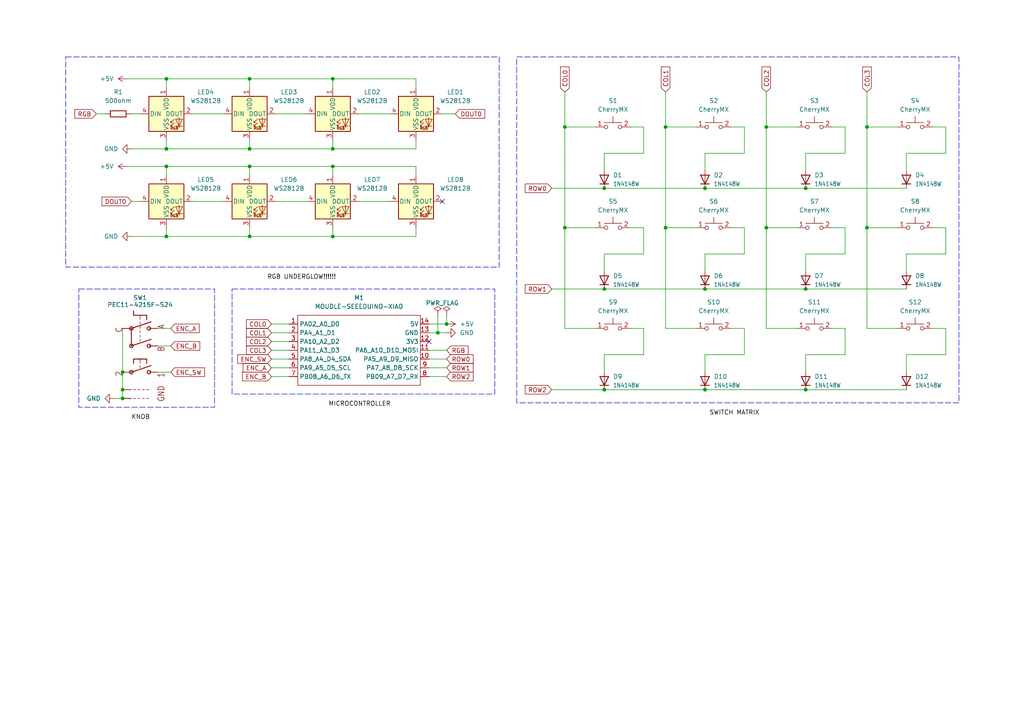
<source format=kicad_sch>
(kicad_sch (version 20231120) (generator "eeschema") (generator_version "8.0")
  (paper "A4")
  (lib_symbols
    (symbol "CherryMX:CherryMX" (pin_names (offset 0.254))
      (property "Reference" "SW" (at 2.54 3.175 0))
      (property "Value" "CherryMX" (at 0 -1.905 0))
      (symbol "CherryMX_1_1"
        (pin passive line (at -5.08 0 0) (length 2.54) (name "~") (number "1"))
        (pin passive line (at 5.08 0 180) (length 2.54) (name "~") (number "2"))
      )
    )
    (symbol "JayPad:ADAFRUIT_ELECTROMECH_ENCODER_PLUS_SWITCH_PEC11"
      (property "Reference" "SW" (at -1.905 13.97 0))
      (symbol "ADAFRUIT_ELECTROMECH_ENCODER_PLUS_SWITCH_PEC11_1_0"
        (text "1" (at 5.08 -7.62 900) (effects (font (size 1.778 1.5113)) (justify right top)))
        (text "2" (at -5.08 -8.89 900) (effects (font (size 1.778 1.5113)) (justify left bottom)))
        (text "A" (at 5.08 6.35 900) (effects (font (size 1.778 1.5113)) (justify right top)))
        (text "B" (at 5.08 0 900) (effects (font (size 1.778 1.5113)) (justify right top)))
        (text "C" (at -5.08 3.81 900) (effects (font (size 1.778 1.5113)) (justify left bottom)))
        (text "GND" (at 5.08 -11.43 900) (effects (font (size 1.778 1.5113)) (justify right top)))
        (pin passive line (at 5.08 -7.62 180) (length 2.54) (name "P$1") (number "P$1"))
        (pin passive line (at -5.08 -7.62 0) (length 2.54) (name "P$2") (number "P$2"))
        (pin passive line (at 5.08 5.08 180) (length 2.54) (name "P$A") (number "P$A"))
        (pin passive line (at 5.08 0 180) (length 2.54) (name "P$B") (number "P$B"))
        (pin passive line (at -5.08 5.08 0) (length 2.54) (name "P$C") (number "P$C"))
        (pin passive line (at -5.08 -12.7 0) (length 2.54) (name "P$GND1") (number "P$GND1"))
        (pin passive line (at -5.08 -15.24 0) (length 2.54) (name "P$GND2") (number "P$GND2"))
      )
    )
    (symbol "JayPad:MICROBUILDER_DIODESOD-123"
      (property "Reference" "D" (at 0 2.54 0))
      (symbol "MICROBUILDER_DIODESOD-123_1_0"
        (pin passive line (at -2.54 0 0) (length 2.54) (name "A") (number "A"))
        (pin passive line (at 2.54 0 180) (length 2.54) (name "C") (number "C"))
      )
    )
    (symbol "LED:WS2812B" (pin_names (offset 0.254))
      (property "Reference" "LED" (at 5.08 5.715 0))
      (property "Value" "WS2812B" (at 1.27 -5.715 0))
      (symbol "WS2812B_0_0"
        (text "RGB" (at 2.286 -4.191 0) (effects (font (size 0.762 0.762))))
      )
      (symbol "WS2812B_1_1"
        (pin power_in line (at 0 7.62 270) (length 2.54) (name "VDD") (number "1"))
        (pin output line (at 7.62 0 180) (length 2.54) (name "DOUT") (number "2"))
        (pin power_in line (at 0 -7.62 90) (length 2.54) (name "VSS") (number "3"))
        (pin input line (at -7.62 0 0) (length 2.54) (name "DIN") (number "4"))
      )
    )
    (symbol "MOUDLE-SEEEDUINO-XIAO:MOUDLE-SEEEDUINO-XIAO"
      (property "Reference" "U" (at -16.51 11.43 0))
      (property "Value" "MOUDLE-SEEEDUINO-XIAO" (at -3.81 -11.43 0))
      (symbol "MOUDLE-SEEEDUINO-XIAO_1_1"
        (pin passive line (at -19.05 7.62 0) (length 2.54) (name "PA02_A0_D0") (number "1"))
        (pin passive line (at 21.59 -2.54 180) (length 2.54) (name "PA5_A9_D9_MISO") (number "10"))
        (pin passive line (at 21.59 0 180) (length 2.54) (name "PA6_A10_D10_MOSI") (number "11"))
        (pin passive line (at 21.59 2.54 180) (length 2.54) (name "3V3") (number "12"))
        (pin passive line (at 21.59 5.08 180) (length 2.54) (name "GND") (number "13"))
        (pin passive line (at 21.59 7.62 180) (length 2.54) (name "5V") (number "14"))
        (pin passive line (at -19.05 5.08 0) (length 2.54) (name "PA4_A1_D1") (number "2"))
        (pin passive line (at -19.05 2.54 0) (length 2.54) (name "PA10_A2_D2") (number "3"))
        (pin passive line (at -19.05 0 0) (length 2.54) (name "PA11_A3_D3") (number "4"))
        (pin passive line (at -19.05 -2.54 0) (length 2.54) (name "PA8_A4_D4_SDA") (number "5"))
        (pin passive line (at -19.05 -5.08 0) (length 2.54) (name "PA9_A5_D5_SCL") (number "6"))
        (pin passive line (at -19.05 -7.62 0) (length 2.54) (name "PB08_A6_D6_TX") (number "7"))
        (pin passive line (at 21.59 -7.62 180) (length 2.54) (name "PB09_A7_D7_RX") (number "8"))
        (pin passive line (at 21.59 -5.08 180) (length 2.54) (name "PA7_A8_D8_SCK") (number "9"))
      )
    )
    (symbol "PCM_SL_Resistors:0ohm"
      (property "Reference" "R" (at 0 5.08 0))
      (property "Value" "0ohm" (at 0 2.54 0))
      (symbol "0ohm_1_1"
        (pin passive line (at -3.81 0 0) (length 1.5) (name "") (number "1"))
        (pin passive line (at 3.81 0 180) (length 1.5) (name "~") (number "2"))
      )
    )
    (symbol "power:+5V" (power) (pin_numbers hide) (pin_names (offset 0) hide)
      (property "Value" "+5V" (at 0 3.556 0))
      (symbol "+5V_1_1"
        (pin power_in line (at 0 0 90) (length 0) (name "~") (number "1"))
      )
    )
    (symbol "power:GND" (power) (pin_numbers hide) (pin_names (offset 0) hide)
      (property "Value" "GND" (at 0 -3.81 0))
      (symbol "GND_1_1"
        (pin power_in line (at 0 0 270) (length 0) (name "~") (number "1"))
      )
    )
    (symbol "power:PWR_FLAG" (power) (pin_numbers hide) (pin_names (offset 0) hide)
      (property "Value" "PWR_FLAG" (at 0 3.81 0))
      (symbol "PWR_FLAG_0_0"
        (pin power_out line (at 0 0 90) (length 0) (name "~") (number "1"))
      )
    )
  )
  (junction (at 163.83 66.04))
  (junction (at 96.52 68.58))
  (junction (at 48.26 48.26))
  (junction (at 72.39 22.86))
  (junction (at 193.04 36.83))
  (junction (at 96.52 48.26))
  (junction (at 204.47 83.82))
  (junction (at 251.46 66.04))
  (junction (at 233.68 83.82))
  (junction (at 222.25 66.04))
  (junction (at 72.39 48.26))
  (junction (at 175.26 113.03))
  (junction (at 48.26 43.18))
  (junction (at 233.68 54.61))
  (junction (at 175.26 54.61))
  (junction (at 163.83 36.83))
  (junction (at 204.47 113.03))
  (junction (at 35.56 113.03))
  (junction (at 222.25 36.83))
  (junction (at 175.26 83.82))
  (junction (at 204.47 54.61))
  (junction (at 127 96.52))
  (junction (at 233.68 113.03))
  (junction (at 129.54 93.98))
  (junction (at 193.04 66.04))
  (junction (at 72.39 68.58))
  (junction (at 251.46 36.83))
  (junction (at 48.26 22.86))
  (junction (at 35.56 107.95))
  (junction (at 48.26 68.58))
  (junction (at 96.52 43.18))
  (junction (at 72.39 43.18))
  (junction (at 96.52 22.86))
  (junction (at 35.56 115.57))
  (no_connect (at 124.46 99.06))
  (no_connect (at 128.27 58.42))
  (wire (pts (xy 193.04 36.83) (xy 201.93 36.83)))
  (wire (pts (xy 215.9 73.66) (xy 204.47 73.66)))
  (wire (pts (xy 262.89 102.87) (xy 262.89 107.95)))
  (wire (pts (xy 241.3 66.04) (xy 245.11 66.04)))
  (wire (pts (xy 193.04 95.25) (xy 201.93 95.25)))
  (wire (pts (xy 193.04 26.67) (xy 193.04 36.83)))
  (wire (pts (xy 163.83 26.67) (xy 163.83 36.83)))
  (wire (pts (xy 222.25 36.83) (xy 231.14 36.83)))
  (wire (pts (xy 251.46 95.25) (xy 260.35 95.25)))
  (wire (pts (xy 251.46 36.83) (xy 260.35 36.83)))
  (wire (pts (xy 262.89 73.66) (xy 262.89 78.74)))
  (wire (pts (xy 175.26 102.87) (xy 175.26 107.95)))
  (wire (pts (xy 163.83 95.25) (xy 172.72 95.25)))
  (wire (pts (xy 215.9 44.45) (xy 204.47 44.45)))
  (wire (pts (xy 182.88 36.83) (xy 186.69 36.83)))
  (wire (pts (xy 245.11 44.45) (xy 233.68 44.45)))
  (wire (pts (xy 96.52 40.64) (xy 96.52 43.18)))
  (wire (pts (xy 35.56 107.95) (xy 35.56 113.03)))
  (wire (pts (xy 186.69 44.45) (xy 175.26 44.45)))
  (wire (pts (xy 38.1 33.02) (xy 40.64 33.02)))
  (wire (pts (xy 215.9 36.83) (xy 215.9 44.45)))
  (wire (pts (xy 163.83 66.04) (xy 172.72 66.04)))
  (wire (pts (xy 96.52 22.86) (xy 96.52 25.4)))
  (wire (pts (xy 48.26 68.58) (xy 72.39 68.58)))
  (wire (pts (xy 212.09 66.04) (xy 215.9 66.04)))
  (wire (pts (xy 233.68 54.61) (xy 262.89 54.61)))
  (wire (pts (xy 80.01 58.42) (xy 88.9 58.42)))
  (wire (pts (xy 120.65 22.86) (xy 120.65 25.4)))
  (wire (pts (xy 175.26 83.82) (xy 204.47 83.82)))
  (wire (pts (xy 27.94 33.02) (xy 30.48 33.02)))
  (wire (pts (xy 128.27 33.02) (xy 132.08 33.02)))
  (wire (pts (xy 36.83 22.86) (xy 48.26 22.86)))
  (wire (pts (xy 233.68 102.87) (xy 233.68 107.95)))
  (wire (pts (xy 175.26 73.66) (xy 175.26 78.74)))
  (wire (pts (xy 233.68 44.45) (xy 233.68 49.53)))
  (wire (pts (xy 120.65 43.18) (xy 120.65 40.64)))
  (wire (pts (xy 33.02 115.57) (xy 35.56 115.57)))
  (wire (pts (xy 262.89 44.45) (xy 262.89 49.53)))
  (wire (pts (xy 186.69 95.25) (xy 186.69 102.87)))
  (wire (pts (xy 245.11 66.04) (xy 245.11 73.66)))
  (wire (pts (xy 212.09 95.25) (xy 215.9 95.25)))
  (wire (pts (xy 48.26 22.86) (xy 48.26 25.4)))
  (wire (pts (xy 96.52 48.26) (xy 120.65 48.26)))
  (wire (pts (xy 270.51 36.83) (xy 274.32 36.83)))
  (wire (pts (xy 222.25 66.04) (xy 231.14 66.04)))
  (wire (pts (xy 204.47 73.66) (xy 204.47 78.74)))
  (wire (pts (xy 212.09 36.83) (xy 215.9 36.83)))
  (wire (pts (xy 204.47 44.45) (xy 204.47 49.53)))
  (wire (pts (xy 72.39 40.64) (xy 72.39 43.18)))
  (wire (pts (xy 96.52 68.58) (xy 120.65 68.58)))
  (wire (pts (xy 48.26 43.18) (xy 72.39 43.18)))
  (wire (pts (xy 38.1 68.58) (xy 48.26 68.58)))
  (wire (pts (xy 215.9 95.25) (xy 215.9 102.87)))
  (wire (pts (xy 124.46 101.6) (xy 129.54 101.6)))
  (wire (pts (xy 129.54 91.44) (xy 129.54 93.98)))
  (wire (pts (xy 96.52 43.18) (xy 120.65 43.18)))
  (wire (pts (xy 193.04 66.04) (xy 201.93 66.04)))
  (wire (pts (xy 245.11 73.66) (xy 233.68 73.66)))
  (wire (pts (xy 222.25 66.04) (xy 222.25 95.25)))
  (wire (pts (xy 120.65 68.58) (xy 120.65 66.04)))
  (wire (pts (xy 104.14 33.02) (xy 113.03 33.02)))
  (wire (pts (xy 96.52 48.26) (xy 96.52 50.8)))
  (wire (pts (xy 245.11 102.87) (xy 233.68 102.87)))
  (wire (pts (xy 245.11 36.83) (xy 245.11 44.45)))
  (wire (pts (xy 160.02 83.82) (xy 175.26 83.82)))
  (wire (pts (xy 55.88 58.42) (xy 64.77 58.42)))
  (wire (pts (xy 78.74 109.22) (xy 83.82 109.22)))
  (wire (pts (xy 241.3 36.83) (xy 245.11 36.83)))
  (wire (pts (xy 72.39 68.58) (xy 96.52 68.58)))
  (wire (pts (xy 36.83 48.26) (xy 48.26 48.26)))
  (wire (pts (xy 274.32 73.66) (xy 262.89 73.66)))
  (wire (pts (xy 274.32 44.45) (xy 262.89 44.45)))
  (wire (pts (xy 104.14 58.42) (xy 113.03 58.42)))
  (wire (pts (xy 48.26 48.26) (xy 48.26 50.8)))
  (wire (pts (xy 72.39 43.18) (xy 96.52 43.18)))
  (wire (pts (xy 175.26 113.03) (xy 204.47 113.03)))
  (wire (pts (xy 160.02 113.03) (xy 175.26 113.03)))
  (wire (pts (xy 233.68 113.03) (xy 262.89 113.03)))
  (wire (pts (xy 222.25 36.83) (xy 222.25 66.04)))
  (wire (pts (xy 45.72 100.33) (xy 49.53 100.33)))
  (wire (pts (xy 204.47 83.82) (xy 233.68 83.82)))
  (wire (pts (xy 78.74 96.52) (xy 83.82 96.52)))
  (wire (pts (xy 124.46 96.52) (xy 127 96.52)))
  (wire (pts (xy 204.47 54.61) (xy 233.68 54.61)))
  (wire (pts (xy 80.01 33.02) (xy 88.9 33.02)))
  (wire (pts (xy 38.1 43.18) (xy 48.26 43.18)))
  (wire (pts (xy 175.26 54.61) (xy 204.47 54.61)))
  (wire (pts (xy 120.65 48.26) (xy 120.65 50.8)))
  (wire (pts (xy 241.3 95.25) (xy 245.11 95.25)))
  (wire (pts (xy 72.39 48.26) (xy 96.52 48.26)))
  (wire (pts (xy 48.26 22.86) (xy 72.39 22.86)))
  (wire (pts (xy 127 96.52) (xy 129.54 96.52)))
  (wire (pts (xy 38.1 58.42) (xy 40.64 58.42)))
  (wire (pts (xy 78.74 106.68) (xy 83.82 106.68)))
  (wire (pts (xy 160.02 54.61) (xy 175.26 54.61)))
  (wire (pts (xy 35.56 95.25) (xy 35.56 107.95)))
  (wire (pts (xy 127 91.44) (xy 127 96.52)))
  (wire (pts (xy 72.39 66.04) (xy 72.39 68.58)))
  (wire (pts (xy 48.26 40.64) (xy 48.26 43.18)))
  (wire (pts (xy 78.74 99.06) (xy 83.82 99.06)))
  (wire (pts (xy 186.69 36.83) (xy 186.69 44.45)))
  (wire (pts (xy 251.46 66.04) (xy 260.35 66.04)))
  (wire (pts (xy 215.9 102.87) (xy 204.47 102.87)))
  (wire (pts (xy 124.46 93.98) (xy 129.54 93.98)))
  (wire (pts (xy 72.39 22.86) (xy 72.39 25.4)))
  (wire (pts (xy 186.69 73.66) (xy 175.26 73.66)))
  (wire (pts (xy 274.32 102.87) (xy 262.89 102.87)))
  (wire (pts (xy 251.46 36.83) (xy 251.46 66.04)))
  (wire (pts (xy 45.72 95.25) (xy 49.53 95.25)))
  (wire (pts (xy 96.52 22.86) (xy 120.65 22.86)))
  (wire (pts (xy 175.26 44.45) (xy 175.26 49.53)))
  (wire (pts (xy 222.25 26.67) (xy 222.25 36.83)))
  (wire (pts (xy 72.39 22.86) (xy 96.52 22.86)))
  (wire (pts (xy 204.47 102.87) (xy 204.47 107.95)))
  (wire (pts (xy 245.11 95.25) (xy 245.11 102.87)))
  (wire (pts (xy 251.46 66.04) (xy 251.46 95.25)))
  (wire (pts (xy 163.83 66.04) (xy 163.83 95.25)))
  (wire (pts (xy 274.32 95.25) (xy 274.32 102.87)))
  (wire (pts (xy 270.51 95.25) (xy 274.32 95.25)))
  (wire (pts (xy 182.88 66.04) (xy 186.69 66.04)))
  (wire (pts (xy 78.74 104.14) (xy 83.82 104.14)))
  (wire (pts (xy 251.46 26.67) (xy 251.46 36.83)))
  (wire (pts (xy 215.9 66.04) (xy 215.9 73.66)))
  (wire (pts (xy 124.46 109.22) (xy 129.54 109.22)))
  (wire (pts (xy 274.32 36.83) (xy 274.32 44.45)))
  (wire (pts (xy 96.52 66.04) (xy 96.52 68.58)))
  (wire (pts (xy 48.26 48.26) (xy 72.39 48.26)))
  (wire (pts (xy 124.46 106.68) (xy 129.54 106.68)))
  (wire (pts (xy 55.88 33.02) (xy 64.77 33.02)))
  (wire (pts (xy 233.68 83.82) (xy 262.89 83.82)))
  (wire (pts (xy 78.74 101.6) (xy 83.82 101.6)))
  (wire (pts (xy 186.69 102.87) (xy 175.26 102.87)))
  (wire (pts (xy 186.69 66.04) (xy 186.69 73.66)))
  (wire (pts (xy 72.39 48.26) (xy 72.39 50.8)))
  (wire (pts (xy 163.83 36.83) (xy 163.83 66.04)))
  (wire (pts (xy 193.04 66.04) (xy 193.04 95.25)))
  (wire (pts (xy 124.46 104.14) (xy 129.54 104.14)))
  (wire (pts (xy 35.56 113.03) (xy 35.56 115.57)))
  (wire (pts (xy 233.68 73.66) (xy 233.68 78.74)))
  (wire (pts (xy 45.72 107.95) (xy 49.53 107.95)))
  (wire (pts (xy 163.83 36.83) (xy 172.72 36.83)))
  (wire (pts (xy 270.51 66.04) (xy 274.32 66.04)))
  (wire (pts (xy 78.74 93.98) (xy 83.82 93.98)))
  (wire (pts (xy 274.32 66.04) (xy 274.32 73.66)))
  (wire (pts (xy 48.26 66.04) (xy 48.26 68.58)))
  (wire (pts (xy 222.25 95.25) (xy 231.14 95.25)))
  (wire (pts (xy 204.47 113.03) (xy 233.68 113.03)))
  (wire (pts (xy 193.04 36.83) (xy 193.04 66.04)))
  (wire (pts (xy 182.88 95.25) (xy 186.69 95.25)))
  (rectangle (start 19.05 16.51) (end 144.78 77.47) (stroke (width 0) (type dash)))
  (rectangle (start 149.86 16.51) (end 278.13 116.84) (stroke (width 0) (type dash)))
  (rectangle (start 67.31 83.82) (end 143.51 114.3) (stroke (width 0) (type dash)))
  (rectangle (start 22.86 83.82) (end 62.23 118.11) (stroke (width 0) (type dash)))
  (label "MICROCONTROLLER" (at 95.25 118.11 0))
  (label "KNOB" (at 38.1 121.92 0))
  (label "RGB UNDERGLOW!!!!!!" (at 77.47 81.28 0))
  (label "SWITCH MATRIX" (at 205.74 120.65 0))
  (global_label "RGB" (shape input) (at 129.54 101.6 0) (property "Intersheetrefs" "${INTERSHEET_REFS}" (effects (hide yes))))
  (global_label "COL2" (shape input) (at 78.74 99.06 180) (property "Intersheetrefs" "${INTERSHEET_REFS}" (effects (hide yes))))
  (global_label "ROW2" (shape input) (at 129.54 109.22 0) (property "Intersheetrefs" "${INTERSHEET_REFS}" (effects (hide yes))))
  (global_label "ENC_B" (shape input) (at 49.53 100.33 0) (property "Intersheetrefs" "${INTERSHEET_REFS}" (effects (hide yes))))
  (global_label "ENC_SW" (shape input) (at 49.53 107.95 0) (property "Intersheetrefs" "${INTERSHEET_REFS}" (effects (hide yes))))
  (global_label "COL0" (shape input) (at 78.74 93.98 180) (property "Intersheetrefs" "${INTERSHEET_REFS}" (effects (hide yes))))
  (global_label "ROW1" (shape input) (at 129.54 106.68 0) (property "Intersheetrefs" "${INTERSHEET_REFS}" (effects (hide yes))))
  (global_label "ENC_A" (shape input) (at 49.53 95.25 0) (property "Intersheetrefs" "${INTERSHEET_REFS}" (effects (hide yes))))
  (global_label "COL0" (shape input) (at 163.83 26.67 90) (property "Intersheetrefs" "${INTERSHEET_REFS}" (effects (hide yes))))
  (global_label "COL3" (shape input) (at 251.46 26.67 90) (property "Intersheetrefs" "${INTERSHEET_REFS}" (effects (hide yes))))
  (global_label "ENC_B" (shape input) (at 78.74 109.22 180) (property "Intersheetrefs" "${INTERSHEET_REFS}" (effects (hide yes))))
  (global_label "ROW1" (shape input) (at 160.02 83.82 180) (property "Intersheetrefs" "${INTERSHEET_REFS}" (effects (hide yes))))
  (global_label "COL2" (shape input) (at 222.25 26.67 90) (property "Intersheetrefs" "${INTERSHEET_REFS}" (effects (hide yes))))
  (global_label "RGB" (shape input) (at 27.94 33.02 180) (property "Intersheetrefs" "${INTERSHEET_REFS}" (effects (hide yes))))
  (global_label "ROW2" (shape input) (at 160.02 113.03 180) (property "Intersheetrefs" "${INTERSHEET_REFS}" (effects (hide yes))))
  (global_label "ROW0" (shape input) (at 129.54 104.14 0) (property "Intersheetrefs" "${INTERSHEET_REFS}" (effects (hide yes))))
  (global_label "ROW0" (shape input) (at 160.02 54.61 180) (property "Intersheetrefs" "${INTERSHEET_REFS}" (effects (hide yes))))
  (global_label "COL1" (shape input) (at 78.74 96.52 180) (property "Intersheetrefs" "${INTERSHEET_REFS}" (effects (hide yes))))
  (global_label "DOUT0" (shape input) (at 38.1 58.42 180) (property "Intersheetrefs" "${INTERSHEET_REFS}" (effects (hide yes))))
  (global_label "DOUT0" (shape input) (at 132.08 33.02 0) (property "Intersheetrefs" "${INTERSHEET_REFS}" (effects (hide yes))))
  (global_label "ENC_A" (shape input) (at 78.74 106.68 180) (property "Intersheetrefs" "${INTERSHEET_REFS}" (effects (hide yes))))
  (global_label "ENC_SW" (shape input) (at 78.74 104.14 180) (property "Intersheetrefs" "${INTERSHEET_REFS}" (effects (hide yes))))
  (global_label "COL3" (shape input) (at 78.74 101.6 180) (property "Intersheetrefs" "${INTERSHEET_REFS}" (effects (hide yes))))
  (global_label "COL1" (shape input) (at 193.04 26.67 90) (property "Intersheetrefs" "${INTERSHEET_REFS}" (effects (hide yes))))
  (symbol (lib_id "CherryMX:CherryMX") (at 207.01 66.04 0) (unit 1)
    (property "Reference" "S6" (at 207.01 58.42 0))
    (property "Value" "CherryMX" (at 207.01 60.96 0))
    (property "Footprint" "JayPad:CherryMX_1.00u_KailhSocket" (effects (hide yes)))
  )
  (symbol (lib_id "power:GND") (at 38.1 43.18 270) (unit 1)
    (property "Reference" "#PWR05" (effects (hide yes)))
    (property "Value" "GND" (at 34.29 43.1799 90) (effects (justify right)))
    (property "Description" "Power symbol creates a global label with name \"GND\" , ground" (effects (hide yes)))
  )
  (symbol (lib_id "power:+5V") (at 36.83 48.26 90) (unit 1)
    (property "Reference" "#PWR07" (effects (hide yes)))
    (property "Value" "+5V" (at 33.02 48.2599 90) (effects (justify left)))
    (property "Description" "Power symbol creates a global label with name \"+5V\"" (effects (hide yes)))
  )
  (symbol (lib_id "power:PWR_FLAG") (at 127 91.44 0) (unit 1)
    (property "Reference" "#FLG03" (effects (hide yes)))
    (property "Value" "PWR_FLAG" (at 128.27 87.884 0))
    (property "Description" "Special symbol for telling ERC where power comes from" (effects (hide yes)))
  )
  (symbol (lib_id "CherryMX:CherryMX") (at 207.01 95.25 0) (unit 1)
    (property "Reference" "S10" (at 207.01 87.63 0))
    (property "Value" "CherryMX" (at 207.01 90.17 0))
    (property "Footprint" "JayPad:CherryMX_1.00u_KailhSocket" (effects (hide yes)))
  )
  (symbol (lib_id "CherryMX:CherryMX") (at 265.43 36.83 0) (unit 1)
    (property "Reference" "S4" (at 265.43 29.21 0))
    (property "Value" "CherryMX" (at 265.43 31.75 0))
    (property "Footprint" "JayPad:CherryMX_1.00u_KailhSocket" (effects (hide yes)))
  )
  (symbol (lib_id "LED:WS2812B") (at 48.26 33.02 0) (unit 1)
    (property "Reference" "LED4" (at 59.69 26.7014 0))
    (property "Value" "WS2812B" (at 59.69 29.2414 0))
    (property "Footprint" "LED_SMD:LED_WS2812B_PLCC4_5.0x5.0mm_P3.2mm" (effects (hide yes)))
    (property "Datasheet" "https://cdn-shop.adafruit.com/datasheets/WS2812B.pdf" (effects (hide yes)))
    (property "Description" "RGB LED with integrated controller" (effects (hide yes)))
  )
  (symbol (lib_id "LED:WS2812B") (at 72.39 33.02 0) (unit 1)
    (property "Reference" "LED3" (at 83.82 26.7014 0))
    (property "Value" "WS2812B" (at 83.82 29.2414 0))
    (property "Footprint" "LED_SMD:LED_WS2812B_PLCC4_5.0x5.0mm_P3.2mm" (effects (hide yes)))
    (property "Datasheet" "https://cdn-shop.adafruit.com/datasheets/WS2812B.pdf" (effects (hide yes)))
    (property "Description" "RGB LED with integrated controller" (effects (hide yes)))
  )
  (symbol (lib_id "power:+5V") (at 36.83 22.86 90) (unit 1)
    (property "Reference" "#PWR06" (effects (hide yes)))
    (property "Value" "+5V" (at 33.02 22.8599 90) (effects (justify left)))
    (property "Description" "Power symbol creates a global label with name \"+5V\"" (effects (hide yes)))
  )
  (symbol (lib_id "JayPad:MICROBUILDER_DIODESOD-123") (at 233.68 110.49 270) (unit 1)
    (property "Reference" "D11" (at 236.22 109.2199 90) (effects (justify left)))
    (property "Value" "1N4148W" (at 236.22 111.7599 90) (effects (font (size 1.27 1.0795)) (justify left)))
    (property "Footprint" "JayPad:MICROBUILDER_SOD-123" (effects (hide yes)))
    (property "Datasheet" "https://www.vishay.com/docs/85748/1n4148w.pdf" (effects (hide yes)))
    (property "Description" "Diode\n\nSMA     Model   Volts   Amps   Type   Vf   Ir   Digikey #   Notes     SSA34-E3   40V   3A   Schottky   480mV @ 3A   200uA @ 40V   SSA34-E3/61TGITR-ND        CDBA120-G   20V   1A   Schottky   500mV @ 1A   500uA @ 20V   641-1014-6-ND   REEL     MBRA210   10V   2A   Schottky   350mV @ 2A   700uA @ 10V   MBRA210LT3      SOD-123     Model   Volts   Amps   Type   Vf   Ir   Order #   Notes     BAT54T1G   30V   200mA   Schottky   800mV @ 200mA   2uA @ 25V   BAT54T1GOSTR-ND        B0530W   30V   500mA   Schottky   430mV @ 500mA   130uA @ 30V   B0530W-FDICT-ND   REEL     MBR120   20V   1A   Schottky   340mV @ 1A      MBR120VLSFT1GOSCT-ND      SOD-323     Model   Volts   Amps   Type   Vf   Ir   Order #   Notes     PMEG2005EJ   20V   500mA   Schottky   355mV @ 500mA      568-4110-1-ND        ZLLS410   10V   570mA   Schottky   380mV @ 570mA      ZLLS410CT-ND        1N4148WS   75V   150mA   Silicon/Simple   1V      1N4148WSFSCT-ND   REEL   SOD-523     Model   Volts   Amps   Type   Vf   Ir   Order #   Notes     BAT54XV2   30V   200mA   Schottky   0.8V @ 100mA      BAT54XV2CT-ND        TB751S   30V   30mA   Schottky         RB751S-40TE61CT-ND      SOT23-R/W(R = Solder Paste/Reflow Ovens, W = Hand-Soldering)      Model   Volts   Amps   Type   Vf   Ir   Order #   Notes     BAT54FILM   40V   300mA   Schottky         497-7162-1-ND       POWERDI-5      Model   Volts   Amps   Type   Vf   Ir   Order #   Notes     PDS560   60V   5A   Schottky   670mV @ 5A   150uA @ 60V   PDS560DICT-ND" (effects (hide yes)))
    (property "Sim.Device" "D" (effects (hide yes)))
    (property "Sim.Pins" "1=K 2=A" (effects (hide yes)))
  )
  (symbol (lib_id "JayPad:MICROBUILDER_DIODESOD-123") (at 204.47 81.28 270) (unit 1)
    (property "Reference" "D6" (at 207.01 80.0099 90) (effects (justify left)))
    (property "Value" "1N4148W" (at 207.01 82.5499 90) (effects (font (size 1.27 1.0795)) (justify left)))
    (property "Footprint" "JayPad:MICROBUILDER_SOD-123" (effects (hide yes)))
    (property "Datasheet" "https://www.vishay.com/docs/85748/1n4148w.pdf" (effects (hide yes)))
    (property "Description" "Diode\n\nSMA     Model   Volts   Amps   Type   Vf   Ir   Digikey #   Notes     SSA34-E3   40V   3A   Schottky   480mV @ 3A   200uA @ 40V   SSA34-E3/61TGITR-ND        CDBA120-G   20V   1A   Schottky   500mV @ 1A   500uA @ 20V   641-1014-6-ND   REEL     MBRA210   10V   2A   Schottky   350mV @ 2A   700uA @ 10V   MBRA210LT3      SOD-123     Model   Volts   Amps   Type   Vf   Ir   Order #   Notes     BAT54T1G   30V   200mA   Schottky   800mV @ 200mA   2uA @ 25V   BAT54T1GOSTR-ND        B0530W   30V   500mA   Schottky   430mV @ 500mA   130uA @ 30V   B0530W-FDICT-ND   REEL     MBR120   20V   1A   Schottky   340mV @ 1A      MBR120VLSFT1GOSCT-ND      SOD-323     Model   Volts   Amps   Type   Vf   Ir   Order #   Notes     PMEG2005EJ   20V   500mA   Schottky   355mV @ 500mA      568-4110-1-ND        ZLLS410   10V   570mA   Schottky   380mV @ 570mA      ZLLS410CT-ND        1N4148WS   75V   150mA   Silicon/Simple   1V      1N4148WSFSCT-ND   REEL   SOD-523     Model   Volts   Amps   Type   Vf   Ir   Order #   Notes     BAT54XV2   30V   200mA   Schottky   0.8V @ 100mA      BAT54XV2CT-ND        TB751S   30V   30mA   Schottky         RB751S-40TE61CT-ND      SOT23-R/W(R = Solder Paste/Reflow Ovens, W = Hand-Soldering)      Model   Volts   Amps   Type   Vf   Ir   Order #   Notes     BAT54FILM   40V   300mA   Schottky         497-7162-1-ND       POWERDI-5      Model   Volts   Amps   Type   Vf   Ir   Order #   Notes     PDS560   60V   5A   Schottky   670mV @ 5A   150uA @ 60V   PDS560DICT-ND" (effects (hide yes)))
    (property "Sim.Device" "D" (effects (hide yes)))
    (property "Sim.Pins" "1=K 2=A" (effects (hide yes)))
  )
  (symbol (lib_id "LED:WS2812B") (at 72.39 58.42 0) (unit 1)
    (property "Reference" "LED6" (at 83.82 52.1014 0))
    (property "Value" "WS2812B" (at 83.82 54.6414 0))
    (property "Footprint" "LED_SMD:LED_WS2812B_PLCC4_5.0x5.0mm_P3.2mm" (effects (hide yes)))
    (property "Datasheet" "https://cdn-shop.adafruit.com/datasheets/WS2812B.pdf" (effects (hide yes)))
    (property "Description" "RGB LED with integrated controller" (effects (hide yes)))
  )
  (symbol (lib_id "JayPad:MICROBUILDER_DIODESOD-123") (at 175.26 52.07 270) (unit 1)
    (property "Reference" "D1" (at 177.8 50.7999 90) (effects (justify left)))
    (property "Value" "1N4148W" (at 177.8 53.34 90) (effects (font (size 1.27 1.0795)) (justify left)))
    (property "Footprint" "JayPad:MICROBUILDER_SOD-123" (effects (hide yes)))
    (property "Datasheet" "https://www.vishay.com/docs/85748/1n4148w.pdf" (effects (hide yes)))
    (property "Description" "Diode\n\nSMA     Model   Volts   Amps   Type   Vf   Ir   Digikey #   Notes     SSA34-E3   40V   3A   Schottky   480mV @ 3A   200uA @ 40V   SSA34-E3/61TGITR-ND        CDBA120-G   20V   1A   Schottky   500mV @ 1A   500uA @ 20V   641-1014-6-ND   REEL     MBRA210   10V   2A   Schottky   350mV @ 2A   700uA @ 10V   MBRA210LT3      SOD-123     Model   Volts   Amps   Type   Vf   Ir   Order #   Notes     BAT54T1G   30V   200mA   Schottky   800mV @ 200mA   2uA @ 25V   BAT54T1GOSTR-ND        B0530W   30V   500mA   Schottky   430mV @ 500mA   130uA @ 30V   B0530W-FDICT-ND   REEL     MBR120   20V   1A   Schottky   340mV @ 1A      MBR120VLSFT1GOSCT-ND      SOD-323     Model   Volts   Amps   Type   Vf   Ir   Order #   Notes     PMEG2005EJ   20V   500mA   Schottky   355mV @ 500mA      568-4110-1-ND        ZLLS410   10V   570mA   Schottky   380mV @ 570mA      ZLLS410CT-ND        1N4148WS   75V   150mA   Silicon/Simple   1V      1N4148WSFSCT-ND   REEL   SOD-523     Model   Volts   Amps   Type   Vf   Ir   Order #   Notes     BAT54XV2   30V   200mA   Schottky   0.8V @ 100mA      BAT54XV2CT-ND        TB751S   30V   30mA   Schottky         RB751S-40TE61CT-ND      SOT23-R/W(R = Solder Paste/Reflow Ovens, W = Hand-Soldering)      Model   Volts   Amps   Type   Vf   Ir   Order #   Notes     BAT54FILM   40V   300mA   Schottky         497-7162-1-ND       POWERDI-5      Model   Volts   Amps   Type   Vf   Ir   Order #   Notes     PDS560   60V   5A   Schottky   670mV @ 5A   150uA @ 60V   PDS560DICT-ND" (effects (hide yes)))
    (property "Sim.Device" "D" (effects (hide yes)))
    (property "Sim.Pins" "1=K 2=A" (effects (hide yes)))
  )
  (symbol (lib_id "JayPad:MICROBUILDER_DIODESOD-123") (at 204.47 52.07 270) (unit 1)
    (property "Reference" "D2" (at 207.01 50.7999 90) (effects (justify left)))
    (property "Value" "1N4148W" (at 207.01 53.34 90) (effects (font (size 1.27 1.0795)) (justify left)))
    (property "Footprint" "JayPad:MICROBUILDER_SOD-123" (effects (hide yes)))
    (property "Datasheet" "https://www.vishay.com/docs/85748/1n4148w.pdf" (effects (hide yes)))
    (property "Description" "Diode\n\nSMA     Model   Volts   Amps   Type   Vf   Ir   Digikey #   Notes     SSA34-E3   40V   3A   Schottky   480mV @ 3A   200uA @ 40V   SSA34-E3/61TGITR-ND        CDBA120-G   20V   1A   Schottky   500mV @ 1A   500uA @ 20V   641-1014-6-ND   REEL     MBRA210   10V   2A   Schottky   350mV @ 2A   700uA @ 10V   MBRA210LT3      SOD-123     Model   Volts   Amps   Type   Vf   Ir   Order #   Notes     BAT54T1G   30V   200mA   Schottky   800mV @ 200mA   2uA @ 25V   BAT54T1GOSTR-ND        B0530W   30V   500mA   Schottky   430mV @ 500mA   130uA @ 30V   B0530W-FDICT-ND   REEL     MBR120   20V   1A   Schottky   340mV @ 1A      MBR120VLSFT1GOSCT-ND      SOD-323     Model   Volts   Amps   Type   Vf   Ir   Order #   Notes     PMEG2005EJ   20V   500mA   Schottky   355mV @ 500mA      568-4110-1-ND        ZLLS410   10V   570mA   Schottky   380mV @ 570mA      ZLLS410CT-ND        1N4148WS   75V   150mA   Silicon/Simple   1V      1N4148WSFSCT-ND   REEL   SOD-523     Model   Volts   Amps   Type   Vf   Ir   Order #   Notes     BAT54XV2   30V   200mA   Schottky   0.8V @ 100mA      BAT54XV2CT-ND        TB751S   30V   30mA   Schottky         RB751S-40TE61CT-ND      SOT23-R/W(R = Solder Paste/Reflow Ovens, W = Hand-Soldering)      Model   Volts   Amps   Type   Vf   Ir   Order #   Notes     BAT54FILM   40V   300mA   Schottky         497-7162-1-ND       POWERDI-5      Model   Volts   Amps   Type   Vf   Ir   Order #   Notes     PDS560   60V   5A   Schottky   670mV @ 5A   150uA @ 60V   PDS560DICT-ND" (effects (hide yes)))
    (property "Sim.Device" "D" (effects (hide yes)))
    (property "Sim.Pins" "1=K 2=A" (effects (hide yes)))
  )
  (symbol (lib_id "JayPad:MICROBUILDER_DIODESOD-123") (at 233.68 52.07 270) (unit 1)
    (property "Reference" "D3" (at 236.22 50.7999 90) (effects (justify left)))
    (property "Value" "1N4148W" (at 236.22 53.34 90) (effects (font (size 1.27 1.0795)) (justify left)))
    (property "Footprint" "JayPad:MICROBUILDER_SOD-123" (effects (hide yes)))
    (property "Datasheet" "https://www.vishay.com/docs/85748/1n4148w.pdf" (effects (hide yes)))
    (property "Description" "Diode\n\nSMA     Model   Volts   Amps   Type   Vf   Ir   Digikey #   Notes     SSA34-E3   40V   3A   Schottky   480mV @ 3A   200uA @ 40V   SSA34-E3/61TGITR-ND        CDBA120-G   20V   1A   Schottky   500mV @ 1A   500uA @ 20V   641-1014-6-ND   REEL     MBRA210   10V   2A   Schottky   350mV @ 2A   700uA @ 10V   MBRA210LT3      SOD-123     Model   Volts   Amps   Type   Vf   Ir   Order #   Notes     BAT54T1G   30V   200mA   Schottky   800mV @ 200mA   2uA @ 25V   BAT54T1GOSTR-ND        B0530W   30V   500mA   Schottky   430mV @ 500mA   130uA @ 30V   B0530W-FDICT-ND   REEL     MBR120   20V   1A   Schottky   340mV @ 1A      MBR120VLSFT1GOSCT-ND      SOD-323     Model   Volts   Amps   Type   Vf   Ir   Order #   Notes     PMEG2005EJ   20V   500mA   Schottky   355mV @ 500mA      568-4110-1-ND        ZLLS410   10V   570mA   Schottky   380mV @ 570mA      ZLLS410CT-ND        1N4148WS   75V   150mA   Silicon/Simple   1V      1N4148WSFSCT-ND   REEL   SOD-523     Model   Volts   Amps   Type   Vf   Ir   Order #   Notes     BAT54XV2   30V   200mA   Schottky   0.8V @ 100mA      BAT54XV2CT-ND        TB751S   30V   30mA   Schottky         RB751S-40TE61CT-ND      SOT23-R/W(R = Solder Paste/Reflow Ovens, W = Hand-Soldering)      Model   Volts   Amps   Type   Vf   Ir   Order #   Notes     BAT54FILM   40V   300mA   Schottky         497-7162-1-ND       POWERDI-5      Model   Volts   Amps   Type   Vf   Ir   Order #   Notes     PDS560   60V   5A   Schottky   670mV @ 5A   150uA @ 60V   PDS560DICT-ND" (effects (hide yes)))
    (property "Sim.Device" "D" (effects (hide yes)))
    (property "Sim.Pins" "1=K 2=A" (effects (hide yes)))
  )
  (symbol (lib_id "LED:WS2812B") (at 48.26 58.42 0) (unit 1)
    (property "Reference" "LED5" (at 59.69 52.1014 0))
    (property "Value" "WS2812B" (at 59.69 54.6414 0))
    (property "Footprint" "LED_SMD:LED_WS2812B_PLCC4_5.0x5.0mm_P3.2mm" (effects (hide yes)))
    (property "Datasheet" "https://cdn-shop.adafruit.com/datasheets/WS2812B.pdf" (effects (hide yes)))
    (property "Description" "RGB LED with integrated controller" (effects (hide yes)))
  )
  (symbol (lib_id "CherryMX:CherryMX") (at 236.22 95.25 0) (unit 1)
    (property "Reference" "S11" (at 236.22 87.63 0))
    (property "Value" "CherryMX" (at 236.22 90.17 0))
    (property "Footprint" "JayPad:CherryMX_1.00u_KailhSocket" (effects (hide yes)))
  )
  (symbol (lib_id "JayPad:MICROBUILDER_DIODESOD-123") (at 175.26 81.28 270) (unit 1)
    (property "Reference" "D5" (at 177.8 80.0099 90) (effects (justify left)))
    (property "Value" "1N4148W" (at 177.8 82.5499 90) (effects (font (size 1.27 1.0795)) (justify left)))
    (property "Footprint" "JayPad:MICROBUILDER_SOD-123" (effects (hide yes)))
    (property "Datasheet" "https://www.vishay.com/docs/85748/1n4148w.pdf" (effects (hide yes)))
    (property "Description" "Diode\n\nSMA     Model   Volts   Amps   Type   Vf   Ir   Digikey #   Notes     SSA34-E3   40V   3A   Schottky   480mV @ 3A   200uA @ 40V   SSA34-E3/61TGITR-ND        CDBA120-G   20V   1A   Schottky   500mV @ 1A   500uA @ 20V   641-1014-6-ND   REEL     MBRA210   10V   2A   Schottky   350mV @ 2A   700uA @ 10V   MBRA210LT3      SOD-123     Model   Volts   Amps   Type   Vf   Ir   Order #   Notes     BAT54T1G   30V   200mA   Schottky   800mV @ 200mA   2uA @ 25V   BAT54T1GOSTR-ND        B0530W   30V   500mA   Schottky   430mV @ 500mA   130uA @ 30V   B0530W-FDICT-ND   REEL     MBR120   20V   1A   Schottky   340mV @ 1A      MBR120VLSFT1GOSCT-ND      SOD-323     Model   Volts   Amps   Type   Vf   Ir   Order #   Notes     PMEG2005EJ   20V   500mA   Schottky   355mV @ 500mA      568-4110-1-ND        ZLLS410   10V   570mA   Schottky   380mV @ 570mA      ZLLS410CT-ND        1N4148WS   75V   150mA   Silicon/Simple   1V      1N4148WSFSCT-ND   REEL   SOD-523     Model   Volts   Amps   Type   Vf   Ir   Order #   Notes     BAT54XV2   30V   200mA   Schottky   0.8V @ 100mA      BAT54XV2CT-ND        TB751S   30V   30mA   Schottky         RB751S-40TE61CT-ND      SOT23-R/W(R = Solder Paste/Reflow Ovens, W = Hand-Soldering)      Model   Volts   Amps   Type   Vf   Ir   Order #   Notes     BAT54FILM   40V   300mA   Schottky         497-7162-1-ND       POWERDI-5      Model   Volts   Amps   Type   Vf   Ir   Order #   Notes     PDS560   60V   5A   Schottky   670mV @ 5A   150uA @ 60V   PDS560DICT-ND" (effects (hide yes)))
    (property "Sim.Device" "D" (effects (hide yes)))
    (property "Sim.Pins" "1=K 2=A" (effects (hide yes)))
  )
  (symbol (lib_id "CherryMX:CherryMX") (at 177.8 95.25 0) (unit 1)
    (property "Reference" "S9" (at 177.8 87.63 0))
    (property "Value" "CherryMX" (at 177.8 90.17 0))
    (property "Footprint" "JayPad:CherryMX_1.00u_KailhSocket" (effects (hide yes)))
  )
  (symbol (lib_id "JayPad:MICROBUILDER_DIODESOD-123") (at 262.89 81.28 270) (unit 1)
    (property "Reference" "D8" (at 265.43 80.0099 90) (effects (justify left)))
    (property "Value" "1N4148W" (at 265.43 82.5499 90) (effects (font (size 1.27 1.0795)) (justify left)))
    (property "Footprint" "JayPad:MICROBUILDER_SOD-123" (effects (hide yes)))
    (property "Datasheet" "https://www.vishay.com/docs/85748/1n4148w.pdf" (effects (hide yes)))
    (property "Description" "Diode\n\nSMA     Model   Volts   Amps   Type   Vf   Ir   Digikey #   Notes     SSA34-E3   40V   3A   Schottky   480mV @ 3A   200uA @ 40V   SSA34-E3/61TGITR-ND        CDBA120-G   20V   1A   Schottky   500mV @ 1A   500uA @ 20V   641-1014-6-ND   REEL     MBRA210   10V   2A   Schottky   350mV @ 2A   700uA @ 10V   MBRA210LT3      SOD-123     Model   Volts   Amps   Type   Vf   Ir   Order #   Notes     BAT54T1G   30V   200mA   Schottky   800mV @ 200mA   2uA @ 25V   BAT54T1GOSTR-ND        B0530W   30V   500mA   Schottky   430mV @ 500mA   130uA @ 30V   B0530W-FDICT-ND   REEL     MBR120   20V   1A   Schottky   340mV @ 1A      MBR120VLSFT1GOSCT-ND      SOD-323     Model   Volts   Amps   Type   Vf   Ir   Order #   Notes     PMEG2005EJ   20V   500mA   Schottky   355mV @ 500mA      568-4110-1-ND        ZLLS410   10V   570mA   Schottky   380mV @ 570mA      ZLLS410CT-ND        1N4148WS   75V   150mA   Silicon/Simple   1V      1N4148WSFSCT-ND   REEL   SOD-523     Model   Volts   Amps   Type   Vf   Ir   Order #   Notes     BAT54XV2   30V   200mA   Schottky   0.8V @ 100mA      BAT54XV2CT-ND        TB751S   30V   30mA   Schottky         RB751S-40TE61CT-ND      SOT23-R/W(R = Solder Paste/Reflow Ovens, W = Hand-Soldering)      Model   Volts   Amps   Type   Vf   Ir   Order #   Notes     BAT54FILM   40V   300mA   Schottky         497-7162-1-ND       POWERDI-5      Model   Volts   Amps   Type   Vf   Ir   Order #   Notes     PDS560   60V   5A   Schottky   670mV @ 5A   150uA @ 60V   PDS560DICT-ND" (effects (hide yes)))
    (property "Sim.Device" "D" (effects (hide yes)))
    (property "Sim.Pins" "1=K 2=A" (effects (hide yes)))
  )
  (symbol (lib_id "PCM_SL_Resistors:0ohm") (at 34.29 33.02 0) (unit 1)
    (property "Reference" "R1" (at 34.29 26.67 0))
    (property "Value" "500ohm" (at 34.29 29.21 0))
    (property "Footprint" "Resistor_THT:R_Axial_DIN0207_L6.3mm_D2.5mm_P10.16mm_Horizontal" (effects (hide yes)))
    (property "Description" "0Ω, 1/4W Resistor" (effects (hide yes)))
  )
  (symbol (lib_id "JayPad:MICROBUILDER_DIODESOD-123") (at 233.68 81.28 270) (unit 1)
    (property "Reference" "D7" (at 236.22 80.0099 90) (effects (justify left)))
    (property "Value" "1N4148W" (at 236.22 82.5499 90) (effects (font (size 1.27 1.0795)) (justify left)))
    (property "Footprint" "JayPad:MICROBUILDER_SOD-123" (effects (hide yes)))
    (property "Datasheet" "https://www.vishay.com/docs/85748/1n4148w.pdf" (effects (hide yes)))
    (property "Description" "Diode\n\nSMA     Model   Volts   Amps   Type   Vf   Ir   Digikey #   Notes     SSA34-E3   40V   3A   Schottky   480mV @ 3A   200uA @ 40V   SSA34-E3/61TGITR-ND        CDBA120-G   20V   1A   Schottky   500mV @ 1A   500uA @ 20V   641-1014-6-ND   REEL     MBRA210   10V   2A   Schottky   350mV @ 2A   700uA @ 10V   MBRA210LT3      SOD-123     Model   Volts   Amps   Type   Vf   Ir   Order #   Notes     BAT54T1G   30V   200mA   Schottky   800mV @ 200mA   2uA @ 25V   BAT54T1GOSTR-ND        B0530W   30V   500mA   Schottky   430mV @ 500mA   130uA @ 30V   B0530W-FDICT-ND   REEL     MBR120   20V   1A   Schottky   340mV @ 1A      MBR120VLSFT1GOSCT-ND      SOD-323     Model   Volts   Amps   Type   Vf   Ir   Order #   Notes     PMEG2005EJ   20V   500mA   Schottky   355mV @ 500mA      568-4110-1-ND        ZLLS410   10V   570mA   Schottky   380mV @ 570mA      ZLLS410CT-ND        1N4148WS   75V   150mA   Silicon/Simple   1V      1N4148WSFSCT-ND   REEL   SOD-523     Model   Volts   Amps   Type   Vf   Ir   Order #   Notes     BAT54XV2   30V   200mA   Schottky   0.8V @ 100mA      BAT54XV2CT-ND        TB751S   30V   30mA   Schottky         RB751S-40TE61CT-ND      SOT23-R/W(R = Solder Paste/Reflow Ovens, W = Hand-Soldering)      Model   Volts   Amps   Type   Vf   Ir   Order #   Notes     BAT54FILM   40V   300mA   Schottky         497-7162-1-ND       POWERDI-5      Model   Volts   Amps   Type   Vf   Ir   Order #   Notes     PDS560   60V   5A   Schottky   670mV @ 5A   150uA @ 60V   PDS560DICT-ND" (effects (hide yes)))
    (property "Sim.Device" "D" (effects (hide yes)))
    (property "Sim.Pins" "1=K 2=A" (effects (hide yes)))
  )
  (symbol (lib_id "CherryMX:CherryMX") (at 236.22 36.83 0) (unit 1)
    (property "Reference" "S3" (at 236.22 29.21 0))
    (property "Value" "CherryMX" (at 236.22 31.75 0))
    (property "Footprint" "JayPad:CherryMX_1.00u_KailhSocket" (effects (hide yes)))
  )
  (symbol (lib_id "CherryMX:CherryMX") (at 177.8 66.04 0) (unit 1)
    (property "Reference" "S5" (at 177.8 58.42 0))
    (property "Value" "CherryMX" (at 177.8 60.96 0))
    (property "Footprint" "JayPad:CherryMX_1.00u_KailhSocket" (effects (hide yes)))
  )
  (symbol (lib_id "power:PWR_FLAG") (at 129.54 91.44 0) (unit 1)
    (property "Reference" "#FLG02" (effects (hide yes)))
    (property "Value" "PWR_FLAG" (effects (hide yes)))
    (property "Description" "Special symbol for telling ERC where power comes from" (effects (hide yes)))
  )
  (symbol (lib_id "CherryMX:CherryMX") (at 177.8 36.83 0) (unit 1)
    (property "Reference" "S1" (at 177.8 29.21 0))
    (property "Value" "CherryMX" (at 177.8 31.75 0))
    (property "Footprint" "JayPad:CherryMX_1.00u_KailhSocket" (effects (hide yes)))
  )
  (symbol (lib_id "JayPad:MICROBUILDER_DIODESOD-123") (at 262.89 110.49 270) (unit 1)
    (property "Reference" "D12" (at 265.43 109.2199 90) (effects (justify left)))
    (property "Value" "1N4148W" (at 265.43 111.7599 90) (effects (font (size 1.27 1.0795)) (justify left)))
    (property "Footprint" "JayPad:MICROBUILDER_SOD-123" (effects (hide yes)))
    (property "Datasheet" "https://www.vishay.com/docs/85748/1n4148w.pdf" (effects (hide yes)))
    (property "Description" "Diode\n\nSMA     Model   Volts   Amps   Type   Vf   Ir   Digikey #   Notes     SSA34-E3   40V   3A   Schottky   480mV @ 3A   200uA @ 40V   SSA34-E3/61TGITR-ND        CDBA120-G   20V   1A   Schottky   500mV @ 1A   500uA @ 20V   641-1014-6-ND   REEL     MBRA210   10V   2A   Schottky   350mV @ 2A   700uA @ 10V   MBRA210LT3      SOD-123     Model   Volts   Amps   Type   Vf   Ir   Order #   Notes     BAT54T1G   30V   200mA   Schottky   800mV @ 200mA   2uA @ 25V   BAT54T1GOSTR-ND        B0530W   30V   500mA   Schottky   430mV @ 500mA   130uA @ 30V   B0530W-FDICT-ND   REEL     MBR120   20V   1A   Schottky   340mV @ 1A      MBR120VLSFT1GOSCT-ND      SOD-323     Model   Volts   Amps   Type   Vf   Ir   Order #   Notes     PMEG2005EJ   20V   500mA   Schottky   355mV @ 500mA      568-4110-1-ND        ZLLS410   10V   570mA   Schottky   380mV @ 570mA      ZLLS410CT-ND        1N4148WS   75V   150mA   Silicon/Simple   1V      1N4148WSFSCT-ND   REEL   SOD-523     Model   Volts   Amps   Type   Vf   Ir   Order #   Notes     BAT54XV2   30V   200mA   Schottky   0.8V @ 100mA      BAT54XV2CT-ND        TB751S   30V   30mA   Schottky         RB751S-40TE61CT-ND      SOT23-R/W(R = Solder Paste/Reflow Ovens, W = Hand-Soldering)      Model   Volts   Amps   Type   Vf   Ir   Order #   Notes     BAT54FILM   40V   300mA   Schottky         497-7162-1-ND       POWERDI-5      Model   Volts   Amps   Type   Vf   Ir   Order #   Notes     PDS560   60V   5A   Schottky   670mV @ 5A   150uA @ 60V   PDS560DICT-ND" (effects (hide yes)))
    (property "Sim.Device" "D" (effects (hide yes)))
    (property "Sim.Pins" "1=K 2=A" (effects (hide yes)))
  )
  (symbol (lib_id "LED:WS2812B") (at 96.52 33.02 0) (unit 1)
    (property "Reference" "LED2" (at 107.95 26.7014 0))
    (property "Value" "WS2812B" (at 107.95 29.2414 0))
    (property "Footprint" "LED_SMD:LED_WS2812B_PLCC4_5.0x5.0mm_P3.2mm" (effects (hide yes)))
    (property "Datasheet" "https://cdn-shop.adafruit.com/datasheets/WS2812B.pdf" (effects (hide yes)))
    (property "Description" "RGB LED with integrated controller" (effects (hide yes)))
  )
  (symbol (lib_id "CherryMX:CherryMX") (at 207.01 36.83 0) (unit 1)
    (property "Reference" "S2" (at 207.01 29.21 0))
    (property "Value" "CherryMX" (at 207.01 31.75 0))
    (property "Footprint" "JayPad:CherryMX_1.00u_KailhSocket" (effects (hide yes)))
  )
  (symbol (lib_id "LED:WS2812B") (at 120.65 33.02 0) (unit 1)
    (property "Reference" "LED1" (at 132.08 26.7014 0))
    (property "Value" "WS2812B" (at 132.08 29.2414 0))
    (property "Footprint" "LED_SMD:LED_WS2812B_PLCC4_5.0x5.0mm_P3.2mm" (effects (hide yes)))
    (property "Datasheet" "https://cdn-shop.adafruit.com/datasheets/WS2812B.pdf" (effects (hide yes)))
    (property "Description" "RGB LED with integrated controller" (effects (hide yes)))
  )
  (symbol (lib_id "JayPad:ADAFRUIT_ELECTROMECH_ENCODER_PLUS_SWITCH_PEC11") (at 40.64 100.33 0) (unit 1)
    (property "Reference" "SW1" (at 40.64 86.36 0))
    (property "Value" "PEC11-4215F-S24" (at 40.64 88.392 0))
    (property "Footprint" "JayPad:ADAFRUIT_ELECTROMECH_PEC11+SWITCH" (effects (hide yes)))
    (property "Description" "Rotary Encoder with Built-In Switch\n\n• PEC11 - 24 Step, PEC11-4215F-S24 - http://www.adafruit.com/products/377" (effects (hide yes)))
  )
  (symbol (lib_id "CherryMX:CherryMX") (at 265.43 95.25 0) (unit 1)
    (property "Reference" "S12" (at 265.43 87.63 0))
    (property "Value" "CherryMX" (at 265.43 90.17 0))
    (property "Footprint" "JayPad:CherryMX_1.00u_KailhSocket" (effects (hide yes)))
  )
  (symbol (lib_id "JayPad:MICROBUILDER_DIODESOD-123") (at 262.89 52.07 270) (unit 1)
    (property "Reference" "D4" (at 265.43 50.7999 90) (effects (justify left)))
    (property "Value" "1N4148W" (at 265.43 53.34 90) (effects (font (size 1.27 1.0795)) (justify left)))
    (property "Footprint" "JayPad:MICROBUILDER_SOD-123" (effects (hide yes)))
    (property "Datasheet" "https://www.vishay.com/docs/85748/1n4148w.pdf" (effects (hide yes)))
    (property "Description" "Diode\n\nSMA     Model   Volts   Amps   Type   Vf   Ir   Digikey #   Notes     SSA34-E3   40V   3A   Schottky   480mV @ 3A   200uA @ 40V   SSA34-E3/61TGITR-ND        CDBA120-G   20V   1A   Schottky   500mV @ 1A   500uA @ 20V   641-1014-6-ND   REEL     MBRA210   10V   2A   Schottky   350mV @ 2A   700uA @ 10V   MBRA210LT3      SOD-123     Model   Volts   Amps   Type   Vf   Ir   Order #   Notes     BAT54T1G   30V   200mA   Schottky   800mV @ 200mA   2uA @ 25V   BAT54T1GOSTR-ND        B0530W   30V   500mA   Schottky   430mV @ 500mA   130uA @ 30V   B0530W-FDICT-ND   REEL     MBR120   20V   1A   Schottky   340mV @ 1A      MBR120VLSFT1GOSCT-ND      SOD-323     Model   Volts   Amps   Type   Vf   Ir   Order #   Notes     PMEG2005EJ   20V   500mA   Schottky   355mV @ 500mA      568-4110-1-ND        ZLLS410   10V   570mA   Schottky   380mV @ 570mA      ZLLS410CT-ND        1N4148WS   75V   150mA   Silicon/Simple   1V      1N4148WSFSCT-ND   REEL   SOD-523     Model   Volts   Amps   Type   Vf   Ir   Order #   Notes     BAT54XV2   30V   200mA   Schottky   0.8V @ 100mA      BAT54XV2CT-ND        TB751S   30V   30mA   Schottky         RB751S-40TE61CT-ND      SOT23-R/W(R = Solder Paste/Reflow Ovens, W = Hand-Soldering)      Model   Volts   Amps   Type   Vf   Ir   Order #   Notes     BAT54FILM   40V   300mA   Schottky         497-7162-1-ND       POWERDI-5      Model   Volts   Amps   Type   Vf   Ir   Order #   Notes     PDS560   60V   5A   Schottky   670mV @ 5A   150uA @ 60V   PDS560DICT-ND" (effects (hide yes)))
    (property "Sim.Device" "D" (effects (hide yes)))
    (property "Sim.Pins" "1=K 2=A" (effects (hide yes)))
  )
  (symbol (lib_id "CherryMX:CherryMX") (at 236.22 66.04 0) (unit 1)
    (property "Reference" "S7" (at 236.22 58.42 0))
    (property "Value" "CherryMX" (at 236.22 60.96 0))
    (property "Footprint" "JayPad:CherryMX_1.00u_KailhSocket" (effects (hide yes)))
  )
  (symbol (lib_id "power:GND") (at 38.1 68.58 270) (unit 1)
    (property "Reference" "#PWR01" (effects (hide yes)))
    (property "Value" "GND" (at 34.29 68.5799 90) (effects (justify right)))
    (property "Description" "Power symbol creates a global label with name \"GND\" , ground" (effects (hide yes)))
  )
  (symbol (lib_id "power:GND") (at 129.54 96.52 90) (unit 1)
    (property "Reference" "#PWR02" (effects (hide yes)))
    (property "Value" "GND" (at 133.35 96.5199 90) (effects (justify right)))
    (property "Description" "Power symbol creates a global label with name \"GND\" , ground" (effects (hide yes)))
  )
  (symbol (lib_id "LED:WS2812B") (at 120.65 58.42 0) (unit 1)
    (property "Reference" "LED8" (at 132.08 52.1014 0))
    (property "Value" "WS2812B" (at 132.08 54.6414 0))
    (property "Footprint" "LED_SMD:LED_WS2812B_PLCC4_5.0x5.0mm_P3.2mm" (effects (hide yes)))
    (property "Datasheet" "https://cdn-shop.adafruit.com/datasheets/WS2812B.pdf" (effects (hide yes)))
    (property "Description" "RGB LED with integrated controller" (effects (hide yes)))
  )
  (symbol (lib_id "JayPad:MICROBUILDER_DIODESOD-123") (at 204.47 110.49 270) (unit 1)
    (property "Reference" "D10" (at 207.01 109.2199 90) (effects (justify left)))
    (property "Value" "1N4148W" (at 207.01 111.7599 90) (effects (font (size 1.27 1.0795)) (justify left)))
    (property "Footprint" "JayPad:MICROBUILDER_SOD-123" (effects (hide yes)))
    (property "Datasheet" "https://www.vishay.com/docs/85748/1n4148w.pdf" (effects (hide yes)))
    (property "Description" "Diode\n\nSMA     Model   Volts   Amps   Type   Vf   Ir   Digikey #   Notes     SSA34-E3   40V   3A   Schottky   480mV @ 3A   200uA @ 40V   SSA34-E3/61TGITR-ND        CDBA120-G   20V   1A   Schottky   500mV @ 1A   500uA @ 20V   641-1014-6-ND   REEL     MBRA210   10V   2A   Schottky   350mV @ 2A   700uA @ 10V   MBRA210LT3      SOD-123     Model   Volts   Amps   Type   Vf   Ir   Order #   Notes     BAT54T1G   30V   200mA   Schottky   800mV @ 200mA   2uA @ 25V   BAT54T1GOSTR-ND        B0530W   30V   500mA   Schottky   430mV @ 500mA   130uA @ 30V   B0530W-FDICT-ND   REEL     MBR120   20V   1A   Schottky   340mV @ 1A      MBR120VLSFT1GOSCT-ND      SOD-323     Model   Volts   Amps   Type   Vf   Ir   Order #   Notes     PMEG2005EJ   20V   500mA   Schottky   355mV @ 500mA      568-4110-1-ND        ZLLS410   10V   570mA   Schottky   380mV @ 570mA      ZLLS410CT-ND        1N4148WS   75V   150mA   Silicon/Simple   1V      1N4148WSFSCT-ND   REEL   SOD-523     Model   Volts   Amps   Type   Vf   Ir   Order #   Notes     BAT54XV2   30V   200mA   Schottky   0.8V @ 100mA      BAT54XV2CT-ND        TB751S   30V   30mA   Schottky         RB751S-40TE61CT-ND      SOT23-R/W(R = Solder Paste/Reflow Ovens, W = Hand-Soldering)      Model   Volts   Amps   Type   Vf   Ir   Order #   Notes     BAT54FILM   40V   300mA   Schottky         497-7162-1-ND       POWERDI-5      Model   Volts   Amps   Type   Vf   Ir   Order #   Notes     PDS560   60V   5A   Schottky   670mV @ 5A   150uA @ 60V   PDS560DICT-ND" (effects (hide yes)))
    (property "Sim.Device" "D" (effects (hide yes)))
    (property "Sim.Pins" "1=K 2=A" (effects (hide yes)))
  )
  (symbol (lib_id "power:GND") (at 33.02 115.57 270) (unit 1)
    (property "Reference" "#PWR04" (effects (hide yes)))
    (property "Value" "GND" (at 29.21 115.5699 90) (effects (justify right)))
    (property "Description" "Power symbol creates a global label with name \"GND\" , ground" (effects (hide yes)))
  )
  (symbol (lib_id "CherryMX:CherryMX") (at 265.43 66.04 0) (unit 1)
    (property "Reference" "S8" (at 265.43 58.42 0))
    (property "Value" "CherryMX" (at 265.43 60.96 0))
    (property "Footprint" "JayPad:CherryMX_1.00u_KailhSocket" (effects (hide yes)))
  )
  (symbol (lib_id "MOUDLE-SEEEDUINO-XIAO:MOUDLE-SEEEDUINO-XIAO") (at 102.87 101.6 0) (unit 1)
    (property "Reference" "M1" (at 104.14 86.36 0))
    (property "Value" "MOUDLE-SEEEDUINO-XIAO" (at 104.14 88.9 0))
    (property "Footprint" "JayPad:MOUDLE14P-SMD-2.54-21X17.8MM" (effects (hide yes)))
  )
  (symbol (lib_id "power:+5V") (at 129.54 93.98 270) (unit 1)
    (property "Reference" "#PWR03" (effects (hide yes)))
    (property "Value" "+5V" (at 133.35 93.9799 90) (effects (justify left)))
    (property "Description" "Power symbol creates a global label with name \"+5V\"" (effects (hide yes)))
  )
  (symbol (lib_id "LED:WS2812B") (at 96.52 58.42 0) (unit 1)
    (property "Reference" "LED7" (at 107.95 52.1014 0))
    (property "Value" "WS2812B" (at 107.95 54.6414 0))
    (property "Footprint" "LED_SMD:LED_WS2812B_PLCC4_5.0x5.0mm_P3.2mm" (effects (hide yes)))
    (property "Datasheet" "https://cdn-shop.adafruit.com/datasheets/WS2812B.pdf" (effects (hide yes)))
    (property "Description" "RGB LED with integrated controller" (effects (hide yes)))
  )
  (symbol (lib_id "JayPad:MICROBUILDER_DIODESOD-123") (at 175.26 110.49 270) (unit 1)
    (property "Reference" "D9" (at 177.8 109.2199 90) (effects (justify left)))
    (property "Value" "1N4148W" (at 177.8 111.7599 90) (effects (font (size 1.27 1.0795)) (justify left)))
    (property "Footprint" "JayPad:MICROBUILDER_SOD-123" (effects (hide yes)))
    (property "Datasheet" "https://www.vishay.com/docs/85748/1n4148w.pdf" (effects (hide yes)))
    (property "Description" "Diode\n\nSMA     Model   Volts   Amps   Type   Vf   Ir   Digikey #   Notes     SSA34-E3   40V   3A   Schottky   480mV @ 3A   200uA @ 40V   SSA34-E3/61TGITR-ND        CDBA120-G   20V   1A   Schottky   500mV @ 1A   500uA @ 20V   641-1014-6-ND   REEL     MBRA210   10V   2A   Schottky   350mV @ 2A   700uA @ 10V   MBRA210LT3      SOD-123     Model   Volts   Amps   Type   Vf   Ir   Order #   Notes     BAT54T1G   30V   200mA   Schottky   800mV @ 200mA   2uA @ 25V   BAT54T1GOSTR-ND        B0530W   30V   500mA   Schottky   430mV @ 500mA   130uA @ 30V   B0530W-FDICT-ND   REEL     MBR120   20V   1A   Schottky   340mV @ 1A      MBR120VLSFT1GOSCT-ND      SOD-323     Model   Volts   Amps   Type   Vf   Ir   Order #   Notes     PMEG2005EJ   20V   500mA   Schottky   355mV @ 500mA      568-4110-1-ND        ZLLS410   10V   570mA   Schottky   380mV @ 570mA      ZLLS410CT-ND        1N4148WS   75V   150mA   Silicon/Simple   1V      1N4148WSFSCT-ND   REEL   SOD-523     Model   Volts   Amps   Type   Vf   Ir   Order #   Notes     BAT54XV2   30V   200mA   Schottky   0.8V @ 100mA      BAT54XV2CT-ND        TB751S   30V   30mA   Schottky         RB751S-40TE61CT-ND      SOT23-R/W(R = Solder Paste/Reflow Ovens, W = Hand-Soldering)      Model   Volts   Amps   Type   Vf   Ir   Order #   Notes     BAT54FILM   40V   300mA   Schottky         497-7162-1-ND       POWERDI-5      Model   Volts   Amps   Type   Vf   Ir   Order #   Notes     PDS560   60V   5A   Schottky   670mV @ 5A   150uA @ 60V   PDS560DICT-ND" (effects (hide yes)))
    (property "Sim.Device" "D" (effects (hide yes)))
    (property "Sim.Pins" "1=K 2=A" (effects (hide yes)))
  )
)
</source>
